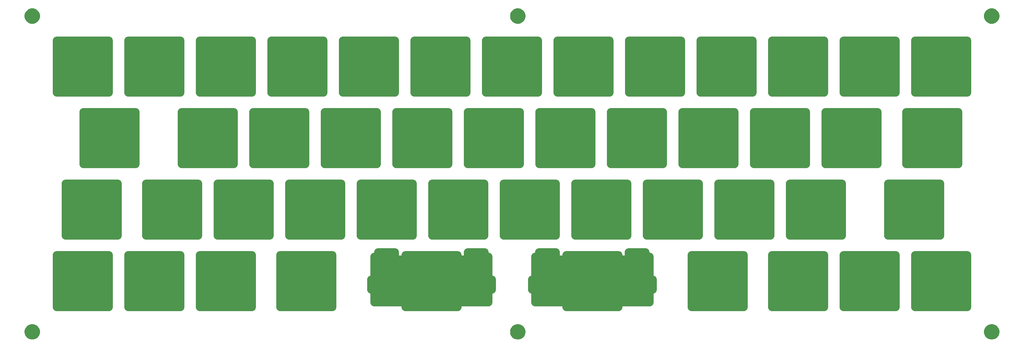
<source format=gts>
G04 #@! TF.GenerationSoftware,KiCad,Pcbnew,(5.1.5)-3*
G04 #@! TF.CreationDate,2020-04-02T19:09:24+02:00*
G04 #@! TF.ProjectId,plate,706c6174-652e-46b6-9963-61645f706362,rev?*
G04 #@! TF.SameCoordinates,Original*
G04 #@! TF.FileFunction,Soldermask,Top*
G04 #@! TF.FilePolarity,Negative*
%FSLAX46Y46*%
G04 Gerber Fmt 4.6, Leading zero omitted, Abs format (unit mm)*
G04 Created by KiCad (PCBNEW (5.1.5)-3) date 2020-04-02 19:09:24*
%MOMM*%
%LPD*%
G04 APERTURE LIST*
%ADD10C,2.000000*%
%ADD11C,0.100000*%
G04 APERTURE END LIST*
D10*
G36*
X258746250Y-202135000D02*
G01*
X272716250Y-202135000D01*
X272741650Y-200636400D01*
X272741650Y-200839600D01*
X274341850Y-200839600D01*
X280996650Y-200839600D01*
X280996650Y-197436000D01*
X281860250Y-197436000D01*
X281860250Y-194642000D01*
X280996650Y-194642000D01*
X280996650Y-188546000D01*
X279955250Y-188546000D01*
X279955250Y-187377600D01*
X275383250Y-187377600D01*
X275383250Y-188546000D01*
X275434050Y-189308000D01*
X274341850Y-189333400D01*
X272716250Y-189333400D01*
X272716250Y-188165000D01*
X258746250Y-188165000D01*
X258746250Y-189333400D01*
X257120650Y-189333400D01*
X256079250Y-189308000D01*
X256079250Y-188546000D01*
X256079250Y-187377600D01*
X251507250Y-187377600D01*
X251507250Y-188546000D01*
X250465850Y-188546000D01*
X250465850Y-194642000D01*
X249602250Y-194642000D01*
X249602250Y-197436000D01*
X250465850Y-197436000D01*
X250465850Y-200839600D01*
X257120650Y-200839600D01*
X259686050Y-200839600D01*
X258746250Y-200026800D01*
X258746250Y-202135000D01*
G37*
X258746250Y-202135000D02*
X272716250Y-202135000D01*
X272741650Y-200636400D01*
X272741650Y-200839600D01*
X274341850Y-200839600D01*
X280996650Y-200839600D01*
X280996650Y-197436000D01*
X281860250Y-197436000D01*
X281860250Y-194642000D01*
X280996650Y-194642000D01*
X280996650Y-188546000D01*
X279955250Y-188546000D01*
X279955250Y-187377600D01*
X275383250Y-187377600D01*
X275383250Y-188546000D01*
X275434050Y-189308000D01*
X274341850Y-189333400D01*
X272716250Y-189333400D01*
X272716250Y-188165000D01*
X258746250Y-188165000D01*
X258746250Y-189333400D01*
X257120650Y-189333400D01*
X256079250Y-189308000D01*
X256079250Y-188546000D01*
X256079250Y-187377600D01*
X251507250Y-187377600D01*
X251507250Y-188546000D01*
X250465850Y-188546000D01*
X250465850Y-194642000D01*
X249602250Y-194642000D01*
X249602250Y-197436000D01*
X250465850Y-197436000D01*
X250465850Y-200839600D01*
X257120650Y-200839600D01*
X259686050Y-200839600D01*
X258746250Y-200026800D01*
X258746250Y-202135000D01*
G36*
X215883750Y-202135000D02*
G01*
X229853750Y-202135000D01*
X229879150Y-200636400D01*
X229879150Y-200839600D01*
X231479350Y-200839600D01*
X238134150Y-200839600D01*
X238134150Y-197436000D01*
X238997750Y-197436000D01*
X238997750Y-194642000D01*
X238134150Y-194642000D01*
X238134150Y-188546000D01*
X237092750Y-188546000D01*
X237092750Y-187377600D01*
X232520750Y-187377600D01*
X232520750Y-188546000D01*
X232571550Y-189308000D01*
X231479350Y-189333400D01*
X229853750Y-189333400D01*
X229853750Y-188165000D01*
X215883750Y-188165000D01*
X215883750Y-189333400D01*
X214258150Y-189333400D01*
X213216750Y-189308000D01*
X213216750Y-188546000D01*
X213216750Y-187377600D01*
X208644750Y-187377600D01*
X208644750Y-188546000D01*
X207603350Y-188546000D01*
X207603350Y-194642000D01*
X206739750Y-194642000D01*
X206739750Y-197436000D01*
X207603350Y-197436000D01*
X207603350Y-200839600D01*
X214258150Y-200839600D01*
X216823550Y-200839600D01*
X215883750Y-200026800D01*
X215883750Y-202135000D01*
G37*
X215883750Y-202135000D02*
X229853750Y-202135000D01*
X229879150Y-200636400D01*
X229879150Y-200839600D01*
X231479350Y-200839600D01*
X238134150Y-200839600D01*
X238134150Y-197436000D01*
X238997750Y-197436000D01*
X238997750Y-194642000D01*
X238134150Y-194642000D01*
X238134150Y-188546000D01*
X237092750Y-188546000D01*
X237092750Y-187377600D01*
X232520750Y-187377600D01*
X232520750Y-188546000D01*
X232571550Y-189308000D01*
X231479350Y-189333400D01*
X229853750Y-189333400D01*
X229853750Y-188165000D01*
X215883750Y-188165000D01*
X215883750Y-189333400D01*
X214258150Y-189333400D01*
X213216750Y-189308000D01*
X213216750Y-188546000D01*
X213216750Y-187377600D01*
X208644750Y-187377600D01*
X208644750Y-188546000D01*
X207603350Y-188546000D01*
X207603350Y-194642000D01*
X206739750Y-194642000D01*
X206739750Y-197436000D01*
X207603350Y-197436000D01*
X207603350Y-200839600D01*
X214258150Y-200839600D01*
X216823550Y-200839600D01*
X215883750Y-200026800D01*
X215883750Y-202135000D01*
G36*
X344471250Y-183085000D02*
G01*
X358441250Y-183085000D01*
X358441250Y-169115000D01*
X344471250Y-169115000D01*
X344471250Y-183085000D01*
G37*
X344471250Y-183085000D02*
X358441250Y-183085000D01*
X358441250Y-169115000D01*
X344471250Y-169115000D01*
X344471250Y-183085000D01*
G36*
X130158750Y-164035000D02*
G01*
X144128750Y-164035000D01*
X144128750Y-150065000D01*
X130158750Y-150065000D01*
X130158750Y-164035000D01*
G37*
X130158750Y-164035000D02*
X144128750Y-164035000D01*
X144128750Y-150065000D01*
X130158750Y-150065000D01*
X130158750Y-164035000D01*
G36*
X292083750Y-202135000D02*
G01*
X306053750Y-202135000D01*
X306053750Y-188165000D01*
X292083750Y-188165000D01*
X292083750Y-202135000D01*
G37*
X292083750Y-202135000D02*
X306053750Y-202135000D01*
X306053750Y-188165000D01*
X292083750Y-188165000D01*
X292083750Y-202135000D01*
G36*
X125396250Y-183085000D02*
G01*
X139366250Y-183085000D01*
X139366250Y-169115000D01*
X125396250Y-169115000D01*
X125396250Y-183085000D01*
G37*
X125396250Y-183085000D02*
X139366250Y-183085000D01*
X139366250Y-169115000D01*
X125396250Y-169115000D01*
X125396250Y-183085000D01*
G36*
X349233750Y-164035000D02*
G01*
X363203750Y-164035000D01*
X363203750Y-150065000D01*
X349233750Y-150065000D01*
X349233750Y-164035000D01*
G37*
X349233750Y-164035000D02*
X363203750Y-164035000D01*
X363203750Y-150065000D01*
X349233750Y-150065000D01*
X349233750Y-164035000D01*
G36*
X182546250Y-202135000D02*
G01*
X196516250Y-202135000D01*
X196516250Y-188165000D01*
X182546250Y-188165000D01*
X182546250Y-202135000D01*
G37*
X182546250Y-202135000D02*
X196516250Y-202135000D01*
X196516250Y-188165000D01*
X182546250Y-188165000D01*
X182546250Y-202135000D01*
G36*
X184927500Y-183085000D02*
G01*
X198897500Y-183085000D01*
X198897500Y-169115000D01*
X184927500Y-169115000D01*
X184927500Y-183085000D01*
G37*
X184927500Y-183085000D02*
X198897500Y-183085000D01*
X198897500Y-169115000D01*
X184927500Y-169115000D01*
X184927500Y-183085000D01*
G36*
X223027500Y-183085000D02*
G01*
X236997500Y-183085000D01*
X236997500Y-169115000D01*
X223027500Y-169115000D01*
X223027500Y-183085000D01*
G37*
X223027500Y-183085000D02*
X236997500Y-183085000D01*
X236997500Y-169115000D01*
X223027500Y-169115000D01*
X223027500Y-183085000D01*
G36*
X332565000Y-202135000D02*
G01*
X346535000Y-202135000D01*
X346535000Y-188165000D01*
X332565000Y-188165000D01*
X332565000Y-202135000D01*
G37*
X332565000Y-202135000D02*
X346535000Y-202135000D01*
X346535000Y-188165000D01*
X332565000Y-188165000D01*
X332565000Y-202135000D01*
G36*
X299227500Y-183085000D02*
G01*
X313197500Y-183085000D01*
X313197500Y-169115000D01*
X299227500Y-169115000D01*
X299227500Y-183085000D01*
G37*
X299227500Y-183085000D02*
X313197500Y-183085000D01*
X313197500Y-169115000D01*
X299227500Y-169115000D01*
X299227500Y-183085000D01*
G36*
X346535000Y-131015000D02*
G01*
X332565000Y-131015000D01*
X332565000Y-144985000D01*
X346535000Y-144985000D01*
X346535000Y-131015000D01*
G37*
X346535000Y-131015000D02*
X332565000Y-131015000D01*
X332565000Y-144985000D01*
X346535000Y-144985000D01*
X346535000Y-131015000D01*
G36*
X351615000Y-202135000D02*
G01*
X365585000Y-202135000D01*
X365585000Y-188165000D01*
X351615000Y-188165000D01*
X351615000Y-202135000D01*
G37*
X351615000Y-202135000D02*
X365585000Y-202135000D01*
X365585000Y-188165000D01*
X351615000Y-188165000D01*
X351615000Y-202135000D01*
G36*
X313515000Y-202135000D02*
G01*
X327485000Y-202135000D01*
X327485000Y-188165000D01*
X313515000Y-188165000D01*
X313515000Y-202135000D01*
G37*
X313515000Y-202135000D02*
X327485000Y-202135000D01*
X327485000Y-188165000D01*
X313515000Y-188165000D01*
X313515000Y-202135000D01*
G36*
X161115000Y-202135000D02*
G01*
X175085000Y-202135000D01*
X175085000Y-188165000D01*
X161115000Y-188165000D01*
X161115000Y-202135000D01*
G37*
X161115000Y-202135000D02*
X175085000Y-202135000D01*
X175085000Y-188165000D01*
X161115000Y-188165000D01*
X161115000Y-202135000D01*
G36*
X142065000Y-202135000D02*
G01*
X156035000Y-202135000D01*
X156035000Y-188165000D01*
X142065000Y-188165000D01*
X142065000Y-202135000D01*
G37*
X142065000Y-202135000D02*
X156035000Y-202135000D01*
X156035000Y-188165000D01*
X142065000Y-188165000D01*
X142065000Y-202135000D01*
G36*
X123015000Y-202135000D02*
G01*
X136985000Y-202135000D01*
X136985000Y-188165000D01*
X123015000Y-188165000D01*
X123015000Y-202135000D01*
G37*
X123015000Y-202135000D02*
X136985000Y-202135000D01*
X136985000Y-188165000D01*
X123015000Y-188165000D01*
X123015000Y-202135000D01*
G36*
X318277500Y-183085000D02*
G01*
X332247500Y-183085000D01*
X332247500Y-169115000D01*
X318277500Y-169115000D01*
X318277500Y-183085000D01*
G37*
X318277500Y-183085000D02*
X332247500Y-183085000D01*
X332247500Y-169115000D01*
X318277500Y-169115000D01*
X318277500Y-183085000D01*
G36*
X280177500Y-183085000D02*
G01*
X294147500Y-183085000D01*
X294147500Y-169115000D01*
X280177500Y-169115000D01*
X280177500Y-183085000D01*
G37*
X280177500Y-183085000D02*
X294147500Y-183085000D01*
X294147500Y-169115000D01*
X280177500Y-169115000D01*
X280177500Y-183085000D01*
G36*
X261127500Y-183085000D02*
G01*
X275097500Y-183085000D01*
X275097500Y-169115000D01*
X261127500Y-169115000D01*
X261127500Y-183085000D01*
G37*
X261127500Y-183085000D02*
X275097500Y-183085000D01*
X275097500Y-169115000D01*
X261127500Y-169115000D01*
X261127500Y-183085000D01*
G36*
X242077500Y-183085000D02*
G01*
X256047500Y-183085000D01*
X256047500Y-169115000D01*
X242077500Y-169115000D01*
X242077500Y-183085000D01*
G37*
X242077500Y-183085000D02*
X256047500Y-183085000D01*
X256047500Y-169115000D01*
X242077500Y-169115000D01*
X242077500Y-183085000D01*
G36*
X203977500Y-183085000D02*
G01*
X217947500Y-183085000D01*
X217947500Y-169115000D01*
X203977500Y-169115000D01*
X203977500Y-183085000D01*
G37*
X203977500Y-183085000D02*
X217947500Y-183085000D01*
X217947500Y-169115000D01*
X203977500Y-169115000D01*
X203977500Y-183085000D01*
G36*
X165877500Y-183085000D02*
G01*
X179847500Y-183085000D01*
X179847500Y-169115000D01*
X165877500Y-169115000D01*
X165877500Y-183085000D01*
G37*
X165877500Y-183085000D02*
X179847500Y-183085000D01*
X179847500Y-169115000D01*
X165877500Y-169115000D01*
X165877500Y-183085000D01*
G36*
X146827500Y-183085000D02*
G01*
X160797500Y-183085000D01*
X160797500Y-169115000D01*
X146827500Y-169115000D01*
X146827500Y-183085000D01*
G37*
X146827500Y-183085000D02*
X160797500Y-183085000D01*
X160797500Y-169115000D01*
X146827500Y-169115000D01*
X146827500Y-183085000D01*
G36*
X327802500Y-164035000D02*
G01*
X341772500Y-164035000D01*
X341772500Y-150065000D01*
X327802500Y-150065000D01*
X327802500Y-164035000D01*
G37*
X327802500Y-164035000D02*
X341772500Y-164035000D01*
X341772500Y-150065000D01*
X327802500Y-150065000D01*
X327802500Y-164035000D01*
G36*
X308752500Y-164035000D02*
G01*
X322722500Y-164035000D01*
X322722500Y-150065000D01*
X308752500Y-150065000D01*
X308752500Y-164035000D01*
G37*
X308752500Y-164035000D02*
X322722500Y-164035000D01*
X322722500Y-150065000D01*
X308752500Y-150065000D01*
X308752500Y-164035000D01*
G36*
X289702500Y-164035000D02*
G01*
X303672500Y-164035000D01*
X303672500Y-150065000D01*
X289702500Y-150065000D01*
X289702500Y-164035000D01*
G37*
X289702500Y-164035000D02*
X303672500Y-164035000D01*
X303672500Y-150065000D01*
X289702500Y-150065000D01*
X289702500Y-164035000D01*
G36*
X270652500Y-164035000D02*
G01*
X284622500Y-164035000D01*
X284622500Y-150065000D01*
X270652500Y-150065000D01*
X270652500Y-164035000D01*
G37*
X270652500Y-164035000D02*
X284622500Y-164035000D01*
X284622500Y-150065000D01*
X270652500Y-150065000D01*
X270652500Y-164035000D01*
G36*
X251602500Y-164035000D02*
G01*
X265572500Y-164035000D01*
X265572500Y-150065000D01*
X251602500Y-150065000D01*
X251602500Y-164035000D01*
G37*
X251602500Y-164035000D02*
X265572500Y-164035000D01*
X265572500Y-150065000D01*
X251602500Y-150065000D01*
X251602500Y-164035000D01*
G36*
X232552500Y-164035000D02*
G01*
X246522500Y-164035000D01*
X246522500Y-150065000D01*
X232552500Y-150065000D01*
X232552500Y-164035000D01*
G37*
X232552500Y-164035000D02*
X246522500Y-164035000D01*
X246522500Y-150065000D01*
X232552500Y-150065000D01*
X232552500Y-164035000D01*
G36*
X213502500Y-164035000D02*
G01*
X227472500Y-164035000D01*
X227472500Y-150065000D01*
X213502500Y-150065000D01*
X213502500Y-164035000D01*
G37*
X213502500Y-164035000D02*
X227472500Y-164035000D01*
X227472500Y-150065000D01*
X213502500Y-150065000D01*
X213502500Y-164035000D01*
G36*
X194452500Y-164035000D02*
G01*
X208422500Y-164035000D01*
X208422500Y-150065000D01*
X194452500Y-150065000D01*
X194452500Y-164035000D01*
G37*
X194452500Y-164035000D02*
X208422500Y-164035000D01*
X208422500Y-150065000D01*
X194452500Y-150065000D01*
X194452500Y-164035000D01*
G36*
X175402500Y-164035000D02*
G01*
X189372500Y-164035000D01*
X189372500Y-150065000D01*
X175402500Y-150065000D01*
X175402500Y-164035000D01*
G37*
X175402500Y-164035000D02*
X189372500Y-164035000D01*
X189372500Y-150065000D01*
X175402500Y-150065000D01*
X175402500Y-164035000D01*
G36*
X156352500Y-164035000D02*
G01*
X170322500Y-164035000D01*
X170322500Y-150065000D01*
X156352500Y-150065000D01*
X156352500Y-164035000D01*
G37*
X156352500Y-164035000D02*
X170322500Y-164035000D01*
X170322500Y-150065000D01*
X156352500Y-150065000D01*
X156352500Y-164035000D01*
G36*
X365585000Y-131015000D02*
G01*
X351615000Y-131015000D01*
X351615000Y-144985000D01*
X365585000Y-144985000D01*
X365585000Y-131015000D01*
G37*
X365585000Y-131015000D02*
X351615000Y-131015000D01*
X351615000Y-144985000D01*
X365585000Y-144985000D01*
X365585000Y-131015000D01*
G36*
X313515000Y-144985000D02*
G01*
X327485000Y-144985000D01*
X327485000Y-131015000D01*
X313515000Y-131015000D01*
X313515000Y-144985000D01*
G37*
X313515000Y-144985000D02*
X327485000Y-144985000D01*
X327485000Y-131015000D01*
X313515000Y-131015000D01*
X313515000Y-144985000D01*
G36*
X294465000Y-144985000D02*
G01*
X308435000Y-144985000D01*
X308435000Y-131015000D01*
X294465000Y-131015000D01*
X294465000Y-144985000D01*
G37*
X294465000Y-144985000D02*
X308435000Y-144985000D01*
X308435000Y-131015000D01*
X294465000Y-131015000D01*
X294465000Y-144985000D01*
G36*
X275415000Y-144985000D02*
G01*
X289385000Y-144985000D01*
X289385000Y-131015000D01*
X275415000Y-131015000D01*
X275415000Y-144985000D01*
G37*
X275415000Y-144985000D02*
X289385000Y-144985000D01*
X289385000Y-131015000D01*
X275415000Y-131015000D01*
X275415000Y-144985000D01*
G36*
X256365000Y-144985000D02*
G01*
X270335000Y-144985000D01*
X270335000Y-131015000D01*
X256365000Y-131015000D01*
X256365000Y-144985000D01*
G37*
X256365000Y-144985000D02*
X270335000Y-144985000D01*
X270335000Y-131015000D01*
X256365000Y-131015000D01*
X256365000Y-144985000D01*
G36*
X237315000Y-144985000D02*
G01*
X251285000Y-144985000D01*
X251285000Y-131015000D01*
X237315000Y-131015000D01*
X237315000Y-144985000D01*
G37*
X237315000Y-144985000D02*
X251285000Y-144985000D01*
X251285000Y-131015000D01*
X237315000Y-131015000D01*
X237315000Y-144985000D01*
G36*
X218265000Y-144985000D02*
G01*
X232235000Y-144985000D01*
X232235000Y-131015000D01*
X218265000Y-131015000D01*
X218265000Y-144985000D01*
G37*
X218265000Y-144985000D02*
X232235000Y-144985000D01*
X232235000Y-131015000D01*
X218265000Y-131015000D01*
X218265000Y-144985000D01*
G36*
X199215000Y-144985000D02*
G01*
X213185000Y-144985000D01*
X213185000Y-131015000D01*
X199215000Y-131015000D01*
X199215000Y-144985000D01*
G37*
X199215000Y-144985000D02*
X213185000Y-144985000D01*
X213185000Y-131015000D01*
X199215000Y-131015000D01*
X199215000Y-144985000D01*
G36*
X180165000Y-144985000D02*
G01*
X194135000Y-144985000D01*
X194135000Y-131015000D01*
X180165000Y-131015000D01*
X180165000Y-144985000D01*
G37*
X180165000Y-144985000D02*
X194135000Y-144985000D01*
X194135000Y-131015000D01*
X180165000Y-131015000D01*
X180165000Y-144985000D01*
G36*
X161115000Y-144985000D02*
G01*
X175085000Y-144985000D01*
X175085000Y-131015000D01*
X161115000Y-131015000D01*
X161115000Y-144985000D01*
G37*
X161115000Y-144985000D02*
X175085000Y-144985000D01*
X175085000Y-131015000D01*
X161115000Y-131015000D01*
X161115000Y-144985000D01*
G36*
X142065000Y-144985000D02*
G01*
X156035000Y-144985000D01*
X156035000Y-131015000D01*
X142065000Y-131015000D01*
X142065000Y-144985000D01*
G37*
X142065000Y-144985000D02*
X156035000Y-144985000D01*
X156035000Y-131015000D01*
X142065000Y-131015000D01*
X142065000Y-144985000D01*
G36*
X136985000Y-131015000D02*
G01*
X123015000Y-131015000D01*
X123015000Y-144985000D01*
X136985000Y-144985000D01*
X136985000Y-131015000D01*
G37*
X136985000Y-131015000D02*
X123015000Y-131015000D01*
X123015000Y-144985000D01*
X136985000Y-144985000D01*
X136985000Y-131015000D01*
D11*
G36*
X372667754Y-206648318D02*
G01*
X373041011Y-206802926D01*
X373041013Y-206802927D01*
X373376936Y-207027384D01*
X373662616Y-207313064D01*
X373887074Y-207648989D01*
X374041682Y-208022246D01*
X374120500Y-208418493D01*
X374120500Y-208822507D01*
X374041682Y-209218754D01*
X373887074Y-209592011D01*
X373887073Y-209592013D01*
X373662616Y-209927936D01*
X373376936Y-210213616D01*
X373041013Y-210438073D01*
X373041012Y-210438074D01*
X373041011Y-210438074D01*
X372667754Y-210592682D01*
X372271507Y-210671500D01*
X371867493Y-210671500D01*
X371471246Y-210592682D01*
X371097989Y-210438074D01*
X371097988Y-210438074D01*
X371097987Y-210438073D01*
X370762064Y-210213616D01*
X370476384Y-209927936D01*
X370251927Y-209592013D01*
X370251926Y-209592011D01*
X370097318Y-209218754D01*
X370018500Y-208822507D01*
X370018500Y-208418493D01*
X370097318Y-208022246D01*
X370251926Y-207648989D01*
X370476384Y-207313064D01*
X370762064Y-207027384D01*
X371097987Y-206802927D01*
X371097989Y-206802926D01*
X371471246Y-206648318D01*
X371867493Y-206569500D01*
X372271507Y-206569500D01*
X372667754Y-206648318D01*
G37*
G36*
X246470254Y-206648318D02*
G01*
X246843511Y-206802926D01*
X246843513Y-206802927D01*
X247179436Y-207027384D01*
X247465116Y-207313064D01*
X247689574Y-207648989D01*
X247844182Y-208022246D01*
X247923000Y-208418493D01*
X247923000Y-208822507D01*
X247844182Y-209218754D01*
X247689574Y-209592011D01*
X247689573Y-209592013D01*
X247465116Y-209927936D01*
X247179436Y-210213616D01*
X246843513Y-210438073D01*
X246843512Y-210438074D01*
X246843511Y-210438074D01*
X246470254Y-210592682D01*
X246074007Y-210671500D01*
X245669993Y-210671500D01*
X245273746Y-210592682D01*
X244900489Y-210438074D01*
X244900488Y-210438074D01*
X244900487Y-210438073D01*
X244564564Y-210213616D01*
X244278884Y-209927936D01*
X244054427Y-209592013D01*
X244054426Y-209592011D01*
X243899818Y-209218754D01*
X243821000Y-208822507D01*
X243821000Y-208418493D01*
X243899818Y-208022246D01*
X244054426Y-207648989D01*
X244278884Y-207313064D01*
X244564564Y-207027384D01*
X244900487Y-206802927D01*
X244900489Y-206802926D01*
X245273746Y-206648318D01*
X245669993Y-206569500D01*
X246074007Y-206569500D01*
X246470254Y-206648318D01*
G37*
G36*
X117161254Y-206648318D02*
G01*
X117534511Y-206802926D01*
X117534513Y-206802927D01*
X117870436Y-207027384D01*
X118156116Y-207313064D01*
X118380574Y-207648989D01*
X118535182Y-208022246D01*
X118614000Y-208418493D01*
X118614000Y-208822507D01*
X118535182Y-209218754D01*
X118380574Y-209592011D01*
X118380573Y-209592013D01*
X118156116Y-209927936D01*
X117870436Y-210213616D01*
X117534513Y-210438073D01*
X117534512Y-210438074D01*
X117534511Y-210438074D01*
X117161254Y-210592682D01*
X116765007Y-210671500D01*
X116360993Y-210671500D01*
X115964746Y-210592682D01*
X115591489Y-210438074D01*
X115591488Y-210438074D01*
X115591487Y-210438073D01*
X115255564Y-210213616D01*
X114969884Y-209927936D01*
X114745427Y-209592013D01*
X114745426Y-209592011D01*
X114590818Y-209218754D01*
X114512000Y-208822507D01*
X114512000Y-208418493D01*
X114590818Y-208022246D01*
X114745426Y-207648989D01*
X114969884Y-207313064D01*
X115255564Y-207027384D01*
X115591487Y-206802927D01*
X115591489Y-206802926D01*
X115964746Y-206648318D01*
X116360993Y-206569500D01*
X116765007Y-206569500D01*
X117161254Y-206648318D01*
G37*
G36*
X372667754Y-122528318D02*
G01*
X373041011Y-122682926D01*
X373041013Y-122682927D01*
X373376936Y-122907384D01*
X373662616Y-123193064D01*
X373887074Y-123528989D01*
X374041682Y-123902246D01*
X374120500Y-124298493D01*
X374120500Y-124702507D01*
X374041682Y-125098754D01*
X373887074Y-125472011D01*
X373887073Y-125472013D01*
X373662616Y-125807936D01*
X373376936Y-126093616D01*
X373041013Y-126318073D01*
X373041012Y-126318074D01*
X373041011Y-126318074D01*
X372667754Y-126472682D01*
X372271507Y-126551500D01*
X371867493Y-126551500D01*
X371471246Y-126472682D01*
X371097989Y-126318074D01*
X371097988Y-126318074D01*
X371097987Y-126318073D01*
X370762064Y-126093616D01*
X370476384Y-125807936D01*
X370251927Y-125472013D01*
X370251926Y-125472011D01*
X370097318Y-125098754D01*
X370018500Y-124702507D01*
X370018500Y-124298493D01*
X370097318Y-123902246D01*
X370251926Y-123528989D01*
X370476384Y-123193064D01*
X370762064Y-122907384D01*
X371097987Y-122682927D01*
X371097989Y-122682926D01*
X371471246Y-122528318D01*
X371867493Y-122449500D01*
X372271507Y-122449500D01*
X372667754Y-122528318D01*
G37*
G36*
X246470254Y-122528318D02*
G01*
X246843511Y-122682926D01*
X246843513Y-122682927D01*
X247179436Y-122907384D01*
X247465116Y-123193064D01*
X247689574Y-123528989D01*
X247844182Y-123902246D01*
X247923000Y-124298493D01*
X247923000Y-124702507D01*
X247844182Y-125098754D01*
X247689574Y-125472011D01*
X247689573Y-125472013D01*
X247465116Y-125807936D01*
X247179436Y-126093616D01*
X246843513Y-126318073D01*
X246843512Y-126318074D01*
X246843511Y-126318074D01*
X246470254Y-126472682D01*
X246074007Y-126551500D01*
X245669993Y-126551500D01*
X245273746Y-126472682D01*
X244900489Y-126318074D01*
X244900488Y-126318074D01*
X244900487Y-126318073D01*
X244564564Y-126093616D01*
X244278884Y-125807936D01*
X244054427Y-125472013D01*
X244054426Y-125472011D01*
X243899818Y-125098754D01*
X243821000Y-124702507D01*
X243821000Y-124298493D01*
X243899818Y-123902246D01*
X244054426Y-123528989D01*
X244278884Y-123193064D01*
X244564564Y-122907384D01*
X244900487Y-122682927D01*
X244900489Y-122682926D01*
X245273746Y-122528318D01*
X245669993Y-122449500D01*
X246074007Y-122449500D01*
X246470254Y-122528318D01*
G37*
G36*
X117161254Y-122528318D02*
G01*
X117534511Y-122682926D01*
X117534513Y-122682927D01*
X117870436Y-122907384D01*
X118156116Y-123193064D01*
X118380574Y-123528989D01*
X118535182Y-123902246D01*
X118614000Y-124298493D01*
X118614000Y-124702507D01*
X118535182Y-125098754D01*
X118380574Y-125472011D01*
X118380573Y-125472013D01*
X118156116Y-125807936D01*
X117870436Y-126093616D01*
X117534513Y-126318073D01*
X117534512Y-126318074D01*
X117534511Y-126318074D01*
X117161254Y-126472682D01*
X116765007Y-126551500D01*
X116360993Y-126551500D01*
X115964746Y-126472682D01*
X115591489Y-126318074D01*
X115591488Y-126318074D01*
X115591487Y-126318073D01*
X115255564Y-126093616D01*
X114969884Y-125807936D01*
X114745427Y-125472013D01*
X114745426Y-125472011D01*
X114590818Y-125098754D01*
X114512000Y-124702507D01*
X114512000Y-124298493D01*
X114590818Y-123902246D01*
X114745426Y-123528989D01*
X114969884Y-123193064D01*
X115255564Y-122907384D01*
X115591487Y-122682927D01*
X115591489Y-122682926D01*
X115964746Y-122528318D01*
X116360993Y-122449500D01*
X116765007Y-122449500D01*
X117161254Y-122528318D01*
G37*
M02*

</source>
